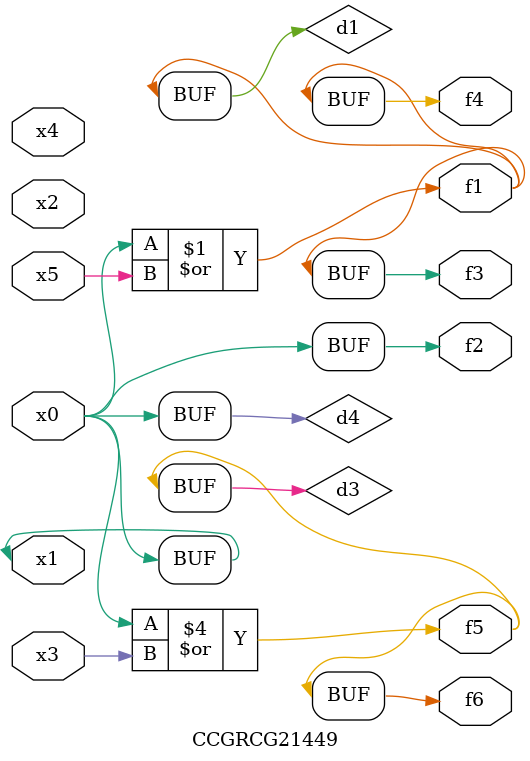
<source format=v>
module CCGRCG21449(
	input x0, x1, x2, x3, x4, x5,
	output f1, f2, f3, f4, f5, f6
);

	wire d1, d2, d3, d4;

	or (d1, x0, x5);
	xnor (d2, x1, x4);
	or (d3, x0, x3);
	buf (d4, x0, x1);
	assign f1 = d1;
	assign f2 = d4;
	assign f3 = d1;
	assign f4 = d1;
	assign f5 = d3;
	assign f6 = d3;
endmodule

</source>
